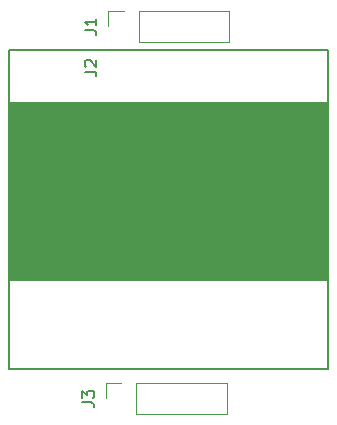
<source format=gto>
G04 #@! TF.GenerationSoftware,KiCad,Pcbnew,8.0.5*
G04 #@! TF.CreationDate,2024-10-02T23:49:05-05:00*
G04 #@! TF.ProjectId,OLED PCB,4f4c4544-2050-4434-922e-6b696361645f,rev?*
G04 #@! TF.SameCoordinates,Original*
G04 #@! TF.FileFunction,Legend,Top*
G04 #@! TF.FilePolarity,Positive*
%FSLAX46Y46*%
G04 Gerber Fmt 4.6, Leading zero omitted, Abs format (unit mm)*
G04 Created by KiCad (PCBNEW 8.0.5) date 2024-10-02 23:49:05*
%MOMM*%
%LPD*%
G01*
G04 APERTURE LIST*
%ADD10C,0.200000*%
%ADD11C,0.150000*%
%ADD12C,0.120000*%
%ADD13R,1.700000X1.700000*%
%ADD14O,1.700000X1.700000*%
G04 APERTURE END LIST*
D10*
X160500000Y-79000000D02*
X187500000Y-79000000D01*
X187500000Y-106000000D01*
X160500000Y-106000000D01*
X160500000Y-79000000D01*
X160500000Y-83500000D02*
X187500000Y-83500000D01*
X187500000Y-98500000D01*
X160500000Y-98500000D01*
X160500000Y-83500000D01*
G36*
X160500000Y-83500000D02*
G01*
X187500000Y-83500000D01*
X187500000Y-98500000D01*
X160500000Y-98500000D01*
X160500000Y-83500000D01*
G37*
D11*
X166874819Y-77333333D02*
X167589104Y-77333333D01*
X167589104Y-77333333D02*
X167731961Y-77380952D01*
X167731961Y-77380952D02*
X167827200Y-77476190D01*
X167827200Y-77476190D02*
X167874819Y-77619047D01*
X167874819Y-77619047D02*
X167874819Y-77714285D01*
X167874819Y-76333333D02*
X167874819Y-76904761D01*
X167874819Y-76619047D02*
X166874819Y-76619047D01*
X166874819Y-76619047D02*
X167017676Y-76714285D01*
X167017676Y-76714285D02*
X167112914Y-76809523D01*
X167112914Y-76809523D02*
X167160533Y-76904761D01*
X166874819Y-80833333D02*
X167589104Y-80833333D01*
X167589104Y-80833333D02*
X167731961Y-80880952D01*
X167731961Y-80880952D02*
X167827200Y-80976190D01*
X167827200Y-80976190D02*
X167874819Y-81119047D01*
X167874819Y-81119047D02*
X167874819Y-81214285D01*
X166970057Y-80404761D02*
X166922438Y-80357142D01*
X166922438Y-80357142D02*
X166874819Y-80261904D01*
X166874819Y-80261904D02*
X166874819Y-80023809D01*
X166874819Y-80023809D02*
X166922438Y-79928571D01*
X166922438Y-79928571D02*
X166970057Y-79880952D01*
X166970057Y-79880952D02*
X167065295Y-79833333D01*
X167065295Y-79833333D02*
X167160533Y-79833333D01*
X167160533Y-79833333D02*
X167303390Y-79880952D01*
X167303390Y-79880952D02*
X167874819Y-80452380D01*
X167874819Y-80452380D02*
X167874819Y-79833333D01*
X166684819Y-108833333D02*
X167399104Y-108833333D01*
X167399104Y-108833333D02*
X167541961Y-108880952D01*
X167541961Y-108880952D02*
X167637200Y-108976190D01*
X167637200Y-108976190D02*
X167684819Y-109119047D01*
X167684819Y-109119047D02*
X167684819Y-109214285D01*
X166684819Y-108452380D02*
X166684819Y-107833333D01*
X166684819Y-107833333D02*
X167065771Y-108166666D01*
X167065771Y-108166666D02*
X167065771Y-108023809D01*
X167065771Y-108023809D02*
X167113390Y-107928571D01*
X167113390Y-107928571D02*
X167161009Y-107880952D01*
X167161009Y-107880952D02*
X167256247Y-107833333D01*
X167256247Y-107833333D02*
X167494342Y-107833333D01*
X167494342Y-107833333D02*
X167589580Y-107880952D01*
X167589580Y-107880952D02*
X167637200Y-107928571D01*
X167637200Y-107928571D02*
X167684819Y-108023809D01*
X167684819Y-108023809D02*
X167684819Y-108309523D01*
X167684819Y-108309523D02*
X167637200Y-108404761D01*
X167637200Y-108404761D02*
X167589580Y-108452380D01*
D12*
X168860000Y-75670000D02*
X170190000Y-75670000D01*
X168860000Y-77000000D02*
X168860000Y-75670000D01*
X171460000Y-75670000D02*
X179140000Y-75670000D01*
X171460000Y-78330000D02*
X171460000Y-75670000D01*
X171460000Y-78330000D02*
X179140000Y-78330000D01*
X179140000Y-78330000D02*
X179140000Y-75670000D01*
X168670000Y-107170000D02*
X170000000Y-107170000D01*
X168670000Y-108500000D02*
X168670000Y-107170000D01*
X171270000Y-107170000D02*
X178950000Y-107170000D01*
X171270000Y-109830000D02*
X171270000Y-107170000D01*
X171270000Y-109830000D02*
X178950000Y-109830000D01*
X178950000Y-109830000D02*
X178950000Y-107170000D01*
%LPC*%
D13*
X170190000Y-77000000D03*
D14*
X172730000Y-77000000D03*
X175270000Y-77000000D03*
X177810000Y-77000000D03*
D13*
X170190000Y-80500000D03*
D14*
X172730000Y-80500000D03*
X175270000Y-80500000D03*
X177810000Y-80500000D03*
D13*
X170000000Y-108500000D03*
D14*
X172540000Y-108500000D03*
X175080000Y-108500000D03*
X177620000Y-108500000D03*
%LPD*%
M02*

</source>
